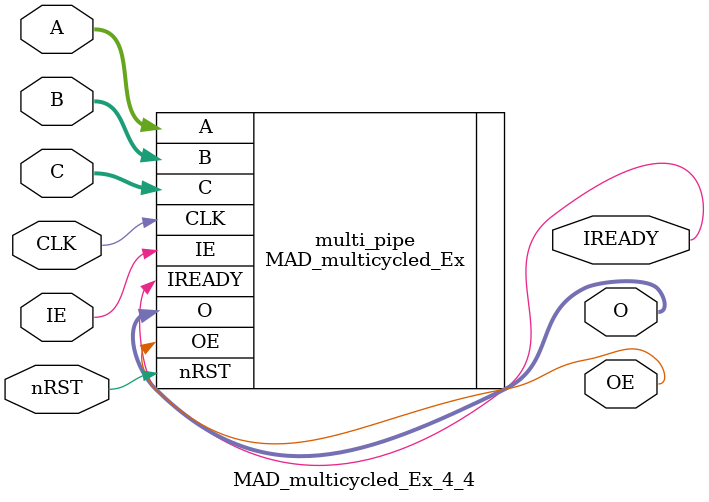
<source format=v>
`include "testdrive_system.vh"

module MAD_multicycled_Ex_4_4 (
	input					CLK,	// clock
	input					nRST,	// reset (active low)
	input					IE,		// input enable
	output					IREADY,	// input ready
	input	[31:0]			A,		// A
	input	[31:0]			B,		// B
	input	[31:0]			C,		// C
	output					OE,		// output enable
	output	[31:0]			O		// output
);

// definition & assignment ---------------------------------------------------

// implementation ------------------------------------------------------------
MAD_multicycled_Ex #(
	.CYCLE		(4),
	.COUNT		(4)
) multi_pipe (
	.CLK		(CLK),
	.nRST		(nRST),
	.IE			(IE),
	.IREADY		(IREADY),
	.A			(A),
	.B			(B),
	.C			(C),
	.OE			(OE),
	.O			(O)
);

endmodule

</source>
